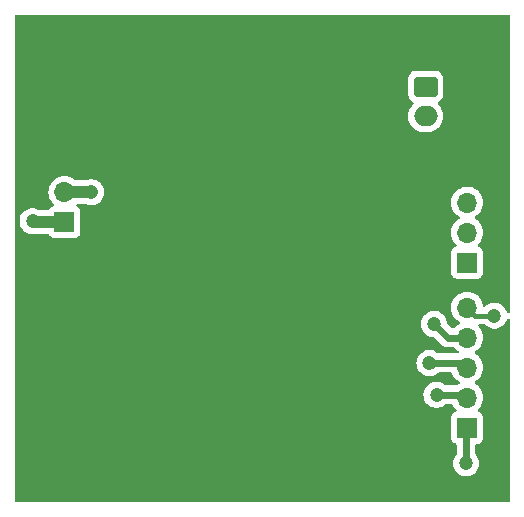
<source format=gbr>
%TF.GenerationSoftware,KiCad,Pcbnew,(7.0.0)*%
%TF.CreationDate,2023-03-31T23:38:51+02:00*%
%TF.ProjectId,funk-transmitter-final,66756e6b-2d74-4726-916e-736d69747465,rev?*%
%TF.SameCoordinates,Original*%
%TF.FileFunction,Copper,L1,Top*%
%TF.FilePolarity,Positive*%
%FSLAX46Y46*%
G04 Gerber Fmt 4.6, Leading zero omitted, Abs format (unit mm)*
G04 Created by KiCad (PCBNEW (7.0.0)) date 2023-03-31 23:38:51*
%MOMM*%
%LPD*%
G01*
G04 APERTURE LIST*
G04 Aperture macros list*
%AMRoundRect*
0 Rectangle with rounded corners*
0 $1 Rounding radius*
0 $2 $3 $4 $5 $6 $7 $8 $9 X,Y pos of 4 corners*
0 Add a 4 corners polygon primitive as box body*
4,1,4,$2,$3,$4,$5,$6,$7,$8,$9,$2,$3,0*
0 Add four circle primitives for the rounded corners*
1,1,$1+$1,$2,$3*
1,1,$1+$1,$4,$5*
1,1,$1+$1,$6,$7*
1,1,$1+$1,$8,$9*
0 Add four rect primitives between the rounded corners*
20,1,$1+$1,$2,$3,$4,$5,0*
20,1,$1+$1,$4,$5,$6,$7,0*
20,1,$1+$1,$6,$7,$8,$9,0*
20,1,$1+$1,$8,$9,$2,$3,0*%
G04 Aperture macros list end*
%TA.AperFunction,ComponentPad*%
%ADD10RoundRect,0.250000X-0.750000X0.600000X-0.750000X-0.600000X0.750000X-0.600000X0.750000X0.600000X0*%
%TD*%
%TA.AperFunction,ComponentPad*%
%ADD11O,2.000000X1.700000*%
%TD*%
%TA.AperFunction,ComponentPad*%
%ADD12R,1.700000X1.700000*%
%TD*%
%TA.AperFunction,ComponentPad*%
%ADD13O,1.700000X1.700000*%
%TD*%
%TA.AperFunction,ViaPad*%
%ADD14C,1.200000*%
%TD*%
%TA.AperFunction,Conductor*%
%ADD15C,1.000000*%
%TD*%
%TA.AperFunction,Conductor*%
%ADD16C,0.600000*%
%TD*%
%TA.AperFunction,Conductor*%
%ADD17C,0.400000*%
%TD*%
G04 APERTURE END LIST*
D10*
%TO.P,J2,1,Pin_1*%
%TO.N,N/C*%
X161475000Y-87000000D03*
D11*
%TO.P,J2,2,Pin_2*%
X161474999Y-89499999D03*
%TD*%
D12*
%TO.P,J5,1,Pin_1*%
%TO.N,/nIRQ*%
X164999999Y-101899999D03*
D13*
%TO.P,J5,2,Pin_2*%
%TO.N,/GPIO0*%
X164999999Y-99359999D03*
%TO.P,J5,3,Pin_3*%
%TO.N,/GPIO1*%
X164999999Y-96819999D03*
%TD*%
D12*
%TO.P,J1,1,Pin_1*%
%TO.N,/ESP_5V*%
X130899999Y-98474999D03*
D13*
%TO.P,J1,2,Pin_2*%
%TO.N,GND*%
X130899999Y-95934999D03*
%TD*%
D12*
%TO.P,J4,1,Pin_1*%
%TO.N,/SDN*%
X164999999Y-115879999D03*
D13*
%TO.P,J4,2,Pin_2*%
%TO.N,/SCLK*%
X164999999Y-113339999D03*
%TO.P,J4,3,Pin_3*%
%TO.N,/SDI*%
X164999999Y-110799999D03*
%TO.P,J4,4,Pin_4*%
%TO.N,/SDO*%
X164999999Y-108259999D03*
%TO.P,J4,5,Pin_5*%
%TO.N,/nSEL*%
X164999999Y-105719999D03*
%TD*%
D14*
%TO.N,GND*%
X133165000Y-95935000D03*
%TO.N,/ESP_5V*%
X128200000Y-98400000D03*
%TO.N,/SDN*%
X164900000Y-118900000D03*
%TO.N,/SCLK*%
X162400000Y-113100000D03*
%TO.N,/SDI*%
X161800000Y-110400000D03*
%TO.N,/SDO*%
X162200000Y-107100000D03*
%TO.N,/nSEL*%
X167300000Y-106400000D03*
%TD*%
D15*
%TO.N,GND*%
X133200000Y-95900000D02*
X133165000Y-95935000D01*
X130900000Y-95935000D02*
X133165000Y-95935000D01*
%TO.N,/ESP_5V*%
X130900000Y-98475000D02*
X128275000Y-98475000D01*
X128275000Y-98475000D02*
X128200000Y-98400000D01*
D16*
%TO.N,/SDN*%
X164900000Y-115880000D02*
X165100000Y-115680000D01*
X164900000Y-115980000D02*
X165000000Y-115880000D01*
X164900000Y-118900000D02*
X164900000Y-115980000D01*
%TO.N,/SCLK*%
X164760000Y-113100000D02*
X165000000Y-113340000D01*
X162400000Y-113100000D02*
X164760000Y-113100000D01*
X162440000Y-113140000D02*
X162400000Y-113100000D01*
%TO.N,/SDI*%
X164600000Y-110400000D02*
X165000000Y-110800000D01*
X162000000Y-110600000D02*
X161800000Y-110400000D01*
X161800000Y-110400000D02*
X164600000Y-110400000D01*
%TO.N,/SDO*%
X162200000Y-107100000D02*
X163360000Y-108260000D01*
X163360000Y-108260000D02*
X165000000Y-108260000D01*
D17*
%TO.N,/nSEL*%
X167300000Y-106400000D02*
X167300000Y-106100000D01*
X167300000Y-106400000D02*
X165680000Y-106400000D01*
X165680000Y-106400000D02*
X165000000Y-105720000D01*
%TD*%
%TA.AperFunction,NonConductor*%
G36*
X168537500Y-80917113D02*
G01*
X168582887Y-80962500D01*
X168599500Y-81024500D01*
X168599500Y-106056971D01*
X168585636Y-106113945D01*
X168547144Y-106158179D01*
X168492632Y-106179782D01*
X168434288Y-106173922D01*
X168385160Y-106141911D01*
X168356234Y-106090906D01*
X168332152Y-106006268D01*
X168330582Y-106000750D01*
X168239673Y-105818179D01*
X168150051Y-105699500D01*
X168120221Y-105659998D01*
X168120217Y-105659994D01*
X168116764Y-105655421D01*
X168112527Y-105651558D01*
X168112523Y-105651554D01*
X167970275Y-105521879D01*
X167970276Y-105521879D01*
X167966041Y-105518019D01*
X167961171Y-105515004D01*
X167961169Y-105515002D01*
X167797511Y-105413670D01*
X167797512Y-105413670D01*
X167792637Y-105410652D01*
X167787294Y-105408582D01*
X167607803Y-105339047D01*
X167607798Y-105339045D01*
X167602456Y-105336976D01*
X167596818Y-105335922D01*
X167407605Y-105300552D01*
X167407602Y-105300551D01*
X167401976Y-105299500D01*
X167198024Y-105299500D01*
X167192398Y-105300551D01*
X167192394Y-105300552D01*
X167003181Y-105335922D01*
X167003178Y-105335922D01*
X166997544Y-105336976D01*
X166992203Y-105339044D01*
X166992196Y-105339047D01*
X166812705Y-105408582D01*
X166812700Y-105408584D01*
X166807363Y-105410652D01*
X166802491Y-105413668D01*
X166802488Y-105413670D01*
X166638830Y-105515002D01*
X166638822Y-105515007D01*
X166633959Y-105518019D01*
X166629731Y-105521872D01*
X166629730Y-105521874D01*
X166545071Y-105599051D01*
X166484161Y-105629331D01*
X166416442Y-105622924D01*
X166362292Y-105581758D01*
X166338005Y-105518220D01*
X166337987Y-105518019D01*
X166335063Y-105484592D01*
X166273903Y-105256337D01*
X166174035Y-105042171D01*
X166038495Y-104848599D01*
X165871401Y-104681505D01*
X165866970Y-104678402D01*
X165866966Y-104678399D01*
X165682259Y-104549066D01*
X165682257Y-104549064D01*
X165677830Y-104545965D01*
X165672933Y-104543681D01*
X165672927Y-104543678D01*
X165468572Y-104448386D01*
X165468570Y-104448385D01*
X165463663Y-104446097D01*
X165458438Y-104444697D01*
X165458430Y-104444694D01*
X165240634Y-104386337D01*
X165240630Y-104386336D01*
X165235408Y-104384937D01*
X165230020Y-104384465D01*
X165230017Y-104384465D01*
X165005395Y-104364813D01*
X165000000Y-104364341D01*
X164994605Y-104364813D01*
X164769982Y-104384465D01*
X164769977Y-104384465D01*
X164764592Y-104384937D01*
X164759371Y-104386335D01*
X164759365Y-104386337D01*
X164541569Y-104444694D01*
X164541557Y-104444698D01*
X164536337Y-104446097D01*
X164531432Y-104448383D01*
X164531427Y-104448386D01*
X164327081Y-104543675D01*
X164327077Y-104543677D01*
X164322171Y-104545965D01*
X164317738Y-104549068D01*
X164317731Y-104549073D01*
X164133034Y-104678399D01*
X164133029Y-104678402D01*
X164128599Y-104681505D01*
X164124775Y-104685328D01*
X164124769Y-104685334D01*
X163965334Y-104844769D01*
X163965328Y-104844775D01*
X163961505Y-104848599D01*
X163958402Y-104853029D01*
X163958399Y-104853034D01*
X163829073Y-105037731D01*
X163829068Y-105037738D01*
X163825965Y-105042171D01*
X163823677Y-105047077D01*
X163823675Y-105047081D01*
X163728386Y-105251427D01*
X163728383Y-105251432D01*
X163726097Y-105256337D01*
X163724698Y-105261557D01*
X163724694Y-105261569D01*
X163666337Y-105479365D01*
X163666337Y-105479367D01*
X163664937Y-105484592D01*
X163664465Y-105489977D01*
X163664465Y-105489982D01*
X163656436Y-105581758D01*
X163644341Y-105720000D01*
X163644813Y-105725395D01*
X163653379Y-105823309D01*
X163664937Y-105955408D01*
X163666336Y-105960630D01*
X163666337Y-105960634D01*
X163724694Y-106178430D01*
X163724697Y-106178438D01*
X163726097Y-106183663D01*
X163728385Y-106188570D01*
X163728386Y-106188572D01*
X163823678Y-106392927D01*
X163823681Y-106392933D01*
X163825965Y-106397830D01*
X163829064Y-106402257D01*
X163829066Y-106402259D01*
X163958399Y-106586966D01*
X163958402Y-106586970D01*
X163961505Y-106591401D01*
X164128599Y-106758495D01*
X164133032Y-106761599D01*
X164133038Y-106761604D01*
X164314158Y-106888425D01*
X164353024Y-106932743D01*
X164367035Y-106990000D01*
X164353024Y-107047257D01*
X164314159Y-107091575D01*
X164232949Y-107148439D01*
X164128599Y-107221505D01*
X164124775Y-107225328D01*
X164124769Y-107225334D01*
X163965334Y-107384769D01*
X163965328Y-107384775D01*
X163961505Y-107388599D01*
X163958404Y-107393027D01*
X163958397Y-107393036D01*
X163948886Y-107406621D01*
X163904568Y-107445489D01*
X163847310Y-107459500D01*
X163742940Y-107459500D01*
X163695487Y-107450061D01*
X163655259Y-107423181D01*
X163334130Y-107102052D01*
X163309564Y-107067064D01*
X163298340Y-107025811D01*
X163295022Y-106990000D01*
X163286397Y-106896917D01*
X163230582Y-106700750D01*
X163139673Y-106518179D01*
X163091176Y-106453959D01*
X163020221Y-106359998D01*
X163020217Y-106359994D01*
X163016764Y-106355421D01*
X163012527Y-106351558D01*
X163012523Y-106351554D01*
X162870275Y-106221879D01*
X162870276Y-106221879D01*
X162866041Y-106218019D01*
X162861171Y-106215004D01*
X162861169Y-106215002D01*
X162697511Y-106113670D01*
X162697512Y-106113670D01*
X162692637Y-106110652D01*
X162687294Y-106108582D01*
X162507803Y-106039047D01*
X162507798Y-106039045D01*
X162502456Y-106036976D01*
X162496818Y-106035922D01*
X162307605Y-106000552D01*
X162307602Y-106000551D01*
X162301976Y-105999500D01*
X162098024Y-105999500D01*
X162092398Y-106000551D01*
X162092394Y-106000552D01*
X161903181Y-106035922D01*
X161903178Y-106035922D01*
X161897544Y-106036976D01*
X161892203Y-106039044D01*
X161892196Y-106039047D01*
X161712705Y-106108582D01*
X161712700Y-106108584D01*
X161707363Y-106110652D01*
X161702491Y-106113668D01*
X161702488Y-106113670D01*
X161538830Y-106215002D01*
X161538822Y-106215007D01*
X161533959Y-106218019D01*
X161529728Y-106221875D01*
X161529724Y-106221879D01*
X161387476Y-106351554D01*
X161387466Y-106351564D01*
X161383236Y-106355421D01*
X161379787Y-106359987D01*
X161379778Y-106359998D01*
X161263779Y-106513607D01*
X161263776Y-106513611D01*
X161260327Y-106518179D01*
X161257774Y-106523304D01*
X161257772Y-106523309D01*
X161176735Y-106686055D01*
X161169418Y-106700750D01*
X161167850Y-106706258D01*
X161167847Y-106706268D01*
X161115173Y-106891395D01*
X161115170Y-106891406D01*
X161113603Y-106896917D01*
X161113073Y-106902627D01*
X161113073Y-106902632D01*
X161095566Y-107091575D01*
X161094785Y-107100000D01*
X161095314Y-107105709D01*
X161111647Y-107281981D01*
X161113603Y-107303083D01*
X161115171Y-107308594D01*
X161115173Y-107308604D01*
X161167847Y-107493731D01*
X161167849Y-107493737D01*
X161169418Y-107499250D01*
X161260327Y-107681821D01*
X161263779Y-107686392D01*
X161379778Y-107840001D01*
X161379783Y-107840006D01*
X161383236Y-107844579D01*
X161387472Y-107848440D01*
X161387476Y-107848445D01*
X161489227Y-107941203D01*
X161533959Y-107981981D01*
X161707363Y-108089348D01*
X161897544Y-108163024D01*
X162098024Y-108200500D01*
X162117060Y-108200500D01*
X162164513Y-108209939D01*
X162204741Y-108236819D01*
X162730184Y-108762262D01*
X162857738Y-108889816D01*
X162890151Y-108910183D01*
X162901483Y-108918224D01*
X162925968Y-108937750D01*
X162925973Y-108937753D01*
X162931414Y-108942092D01*
X162937686Y-108945112D01*
X162937687Y-108945113D01*
X162965898Y-108958699D01*
X162978069Y-108965425D01*
X163004581Y-108982084D01*
X163004583Y-108982085D01*
X163010478Y-108985789D01*
X163046613Y-108998433D01*
X163059443Y-109003748D01*
X163087662Y-109017338D01*
X163087667Y-109017340D01*
X163093939Y-109020360D01*
X163131266Y-109028879D01*
X163144613Y-109032725D01*
X163174170Y-109043068D01*
X163174175Y-109043069D01*
X163180745Y-109045368D01*
X163218778Y-109049653D01*
X163232484Y-109051981D01*
X163269806Y-109060500D01*
X163315046Y-109060500D01*
X163450194Y-109060500D01*
X163847310Y-109060500D01*
X163904568Y-109074511D01*
X163948886Y-109113379D01*
X163958397Y-109126963D01*
X163958400Y-109126966D01*
X163961505Y-109131401D01*
X164128599Y-109298495D01*
X164133031Y-109301598D01*
X164133033Y-109301600D01*
X164236324Y-109373925D01*
X164276651Y-109421142D01*
X164289030Y-109481990D01*
X164270358Y-109541210D01*
X164225316Y-109583953D01*
X164165200Y-109599500D01*
X162603459Y-109599500D01*
X162558665Y-109591127D01*
X162519921Y-109567137D01*
X162491480Y-109541210D01*
X162466041Y-109518019D01*
X162461171Y-109515004D01*
X162461169Y-109515002D01*
X162297511Y-109413670D01*
X162297512Y-109413670D01*
X162292637Y-109410652D01*
X162287294Y-109408582D01*
X162107803Y-109339047D01*
X162107798Y-109339045D01*
X162102456Y-109336976D01*
X162096818Y-109335922D01*
X161907605Y-109300552D01*
X161907602Y-109300551D01*
X161901976Y-109299500D01*
X161698024Y-109299500D01*
X161692398Y-109300551D01*
X161692394Y-109300552D01*
X161503181Y-109335922D01*
X161503178Y-109335922D01*
X161497544Y-109336976D01*
X161492203Y-109339044D01*
X161492196Y-109339047D01*
X161312705Y-109408582D01*
X161312700Y-109408584D01*
X161307363Y-109410652D01*
X161302491Y-109413668D01*
X161302488Y-109413670D01*
X161138830Y-109515002D01*
X161138822Y-109515007D01*
X161133959Y-109518019D01*
X161129728Y-109521875D01*
X161129724Y-109521879D01*
X160987476Y-109651554D01*
X160987466Y-109651564D01*
X160983236Y-109655421D01*
X160979787Y-109659987D01*
X160979778Y-109659998D01*
X160863779Y-109813607D01*
X160863776Y-109813611D01*
X160860327Y-109818179D01*
X160857774Y-109823304D01*
X160857772Y-109823309D01*
X160803136Y-109933034D01*
X160769418Y-110000750D01*
X160767850Y-110006258D01*
X160767847Y-110006268D01*
X160715173Y-110191395D01*
X160715170Y-110191406D01*
X160713603Y-110196917D01*
X160694785Y-110400000D01*
X160713603Y-110603083D01*
X160715171Y-110608594D01*
X160715173Y-110608604D01*
X160767847Y-110793731D01*
X160767849Y-110793737D01*
X160769418Y-110799250D01*
X160860327Y-110981821D01*
X160863779Y-110986392D01*
X160979778Y-111140001D01*
X160979783Y-111140006D01*
X160983236Y-111144579D01*
X160987472Y-111148440D01*
X160987476Y-111148445D01*
X161044578Y-111200500D01*
X161133959Y-111281981D01*
X161307363Y-111389348D01*
X161497544Y-111463024D01*
X161698024Y-111500500D01*
X161896247Y-111500500D01*
X161901976Y-111500500D01*
X162102456Y-111463024D01*
X162292637Y-111389348D01*
X162466041Y-111281981D01*
X162519921Y-111232862D01*
X162558665Y-111208873D01*
X162603459Y-111200500D01*
X163617647Y-111200500D01*
X163684272Y-111219919D01*
X163730029Y-111272095D01*
X163823678Y-111472927D01*
X163823681Y-111472933D01*
X163825965Y-111477830D01*
X163829064Y-111482257D01*
X163829066Y-111482259D01*
X163958399Y-111666966D01*
X163958402Y-111666970D01*
X163961505Y-111671401D01*
X164128599Y-111838495D01*
X164133032Y-111841599D01*
X164133038Y-111841604D01*
X164314158Y-111968425D01*
X164353024Y-112012743D01*
X164367035Y-112070000D01*
X164353024Y-112127257D01*
X164314158Y-112171575D01*
X164163488Y-112277075D01*
X164129652Y-112293761D01*
X164092365Y-112299500D01*
X163203459Y-112299500D01*
X163158665Y-112291127D01*
X163119921Y-112267137D01*
X163070275Y-112221879D01*
X163066041Y-112218019D01*
X163061171Y-112215004D01*
X163061169Y-112215002D01*
X162897511Y-112113670D01*
X162897512Y-112113670D01*
X162892637Y-112110652D01*
X162887294Y-112108582D01*
X162707803Y-112039047D01*
X162707798Y-112039045D01*
X162702456Y-112036976D01*
X162696818Y-112035922D01*
X162507605Y-112000552D01*
X162507602Y-112000551D01*
X162501976Y-111999500D01*
X162298024Y-111999500D01*
X162292398Y-112000551D01*
X162292394Y-112000552D01*
X162103181Y-112035922D01*
X162103178Y-112035922D01*
X162097544Y-112036976D01*
X162092203Y-112039044D01*
X162092196Y-112039047D01*
X161912705Y-112108582D01*
X161912700Y-112108584D01*
X161907363Y-112110652D01*
X161902491Y-112113668D01*
X161902488Y-112113670D01*
X161738830Y-112215002D01*
X161738822Y-112215007D01*
X161733959Y-112218019D01*
X161729728Y-112221875D01*
X161729724Y-112221879D01*
X161587476Y-112351554D01*
X161587466Y-112351564D01*
X161583236Y-112355421D01*
X161579787Y-112359987D01*
X161579778Y-112359998D01*
X161463779Y-112513607D01*
X161463776Y-112513611D01*
X161460327Y-112518179D01*
X161457774Y-112523304D01*
X161457772Y-112523309D01*
X161388628Y-112662171D01*
X161369418Y-112700750D01*
X161367850Y-112706258D01*
X161367847Y-112706268D01*
X161315173Y-112891395D01*
X161315170Y-112891406D01*
X161313603Y-112896917D01*
X161294785Y-113100000D01*
X161313603Y-113303083D01*
X161315171Y-113308594D01*
X161315173Y-113308604D01*
X161367847Y-113493731D01*
X161367849Y-113493737D01*
X161369418Y-113499250D01*
X161460327Y-113681821D01*
X161463779Y-113686392D01*
X161579778Y-113840001D01*
X161579783Y-113840006D01*
X161583236Y-113844579D01*
X161587472Y-113848440D01*
X161587476Y-113848445D01*
X161644578Y-113900500D01*
X161733959Y-113981981D01*
X161907363Y-114089348D01*
X162097544Y-114163024D01*
X162298024Y-114200500D01*
X162496247Y-114200500D01*
X162501976Y-114200500D01*
X162702456Y-114163024D01*
X162892637Y-114089348D01*
X163066041Y-113981981D01*
X163119921Y-113932862D01*
X163158665Y-113908873D01*
X163203459Y-113900500D01*
X163692256Y-113900500D01*
X163758881Y-113919919D01*
X163804638Y-113972094D01*
X163823680Y-114012931D01*
X163823682Y-114012935D01*
X163825965Y-114017830D01*
X163829064Y-114022257D01*
X163829066Y-114022259D01*
X163958399Y-114206966D01*
X163958402Y-114206970D01*
X163961505Y-114211401D01*
X163965336Y-114215232D01*
X164083430Y-114333326D01*
X164114726Y-114386072D01*
X164116915Y-114447365D01*
X164089462Y-114502210D01*
X164039083Y-114537189D01*
X163923702Y-114580223D01*
X163907669Y-114586204D01*
X163900572Y-114591516D01*
X163900568Y-114591519D01*
X163799550Y-114667141D01*
X163799546Y-114667144D01*
X163792454Y-114672454D01*
X163787144Y-114679546D01*
X163787141Y-114679550D01*
X163711519Y-114780568D01*
X163711516Y-114780572D01*
X163706204Y-114787669D01*
X163703104Y-114795978D01*
X163703104Y-114795980D01*
X163658620Y-114915247D01*
X163658619Y-114915250D01*
X163655909Y-114922517D01*
X163655079Y-114930227D01*
X163655079Y-114930232D01*
X163649855Y-114978819D01*
X163649854Y-114978831D01*
X163649500Y-114982127D01*
X163649500Y-114985448D01*
X163649500Y-114985449D01*
X163649500Y-116774560D01*
X163649500Y-116774578D01*
X163649501Y-116777872D01*
X163649853Y-116781150D01*
X163649854Y-116781161D01*
X163655079Y-116829768D01*
X163655080Y-116829773D01*
X163655909Y-116837483D01*
X163658619Y-116844749D01*
X163658620Y-116844753D01*
X163692217Y-116934831D01*
X163706204Y-116972331D01*
X163792454Y-117087546D01*
X163907669Y-117173796D01*
X164018834Y-117215258D01*
X164061069Y-117241696D01*
X164089488Y-117282626D01*
X164099500Y-117331439D01*
X164099500Y-118092323D01*
X164093072Y-118131729D01*
X164074454Y-118167050D01*
X163963779Y-118313607D01*
X163963776Y-118313611D01*
X163960327Y-118318179D01*
X163957774Y-118323304D01*
X163957772Y-118323309D01*
X163871976Y-118495612D01*
X163869418Y-118500750D01*
X163867850Y-118506258D01*
X163867847Y-118506268D01*
X163815173Y-118691395D01*
X163815170Y-118691406D01*
X163813603Y-118696917D01*
X163794785Y-118900000D01*
X163813603Y-119103083D01*
X163815171Y-119108594D01*
X163815173Y-119108604D01*
X163867847Y-119293731D01*
X163867849Y-119293737D01*
X163869418Y-119299250D01*
X163960327Y-119481821D01*
X163963779Y-119486392D01*
X164079778Y-119640001D01*
X164079783Y-119640006D01*
X164083236Y-119644579D01*
X164087472Y-119648440D01*
X164087476Y-119648445D01*
X164189227Y-119741203D01*
X164233959Y-119781981D01*
X164407363Y-119889348D01*
X164597544Y-119963024D01*
X164798024Y-120000500D01*
X164996247Y-120000500D01*
X165001976Y-120000500D01*
X165202456Y-119963024D01*
X165392637Y-119889348D01*
X165566041Y-119781981D01*
X165716764Y-119644579D01*
X165839673Y-119481821D01*
X165930582Y-119299250D01*
X165986397Y-119103083D01*
X166005215Y-118900000D01*
X165986397Y-118696917D01*
X165930582Y-118500750D01*
X165839673Y-118318179D01*
X165725546Y-118167050D01*
X165706928Y-118131729D01*
X165700500Y-118092323D01*
X165700500Y-117354499D01*
X165717113Y-117292499D01*
X165762500Y-117247112D01*
X165824500Y-117230499D01*
X165894561Y-117230499D01*
X165897872Y-117230499D01*
X165957483Y-117224091D01*
X166092331Y-117173796D01*
X166207546Y-117087546D01*
X166293796Y-116972331D01*
X166344091Y-116837483D01*
X166350500Y-116777873D01*
X166350499Y-114982128D01*
X166344091Y-114922517D01*
X166293796Y-114787669D01*
X166207546Y-114672454D01*
X166092331Y-114586204D01*
X166022359Y-114560106D01*
X165960916Y-114537189D01*
X165910537Y-114502210D01*
X165883084Y-114447365D01*
X165885273Y-114386072D01*
X165916566Y-114333329D01*
X166038495Y-114211401D01*
X166174035Y-114017830D01*
X166273903Y-113803663D01*
X166335063Y-113575408D01*
X166355659Y-113340000D01*
X166335063Y-113104592D01*
X166273903Y-112876337D01*
X166174035Y-112662171D01*
X166038495Y-112468599D01*
X165871401Y-112301505D01*
X165866968Y-112298401D01*
X165866961Y-112298395D01*
X165685842Y-112171575D01*
X165646976Y-112127257D01*
X165632965Y-112070000D01*
X165646976Y-112012743D01*
X165685842Y-111968425D01*
X165866961Y-111841604D01*
X165866961Y-111841603D01*
X165871401Y-111838495D01*
X166038495Y-111671401D01*
X166174035Y-111477830D01*
X166273903Y-111263663D01*
X166335063Y-111035408D01*
X166355659Y-110800000D01*
X166335063Y-110564592D01*
X166273903Y-110336337D01*
X166174035Y-110122171D01*
X166038495Y-109928599D01*
X165871401Y-109761505D01*
X165866968Y-109758401D01*
X165866961Y-109758395D01*
X165685842Y-109631575D01*
X165646976Y-109587257D01*
X165632965Y-109530000D01*
X165646976Y-109472743D01*
X165685842Y-109428425D01*
X165866961Y-109301604D01*
X165866961Y-109301603D01*
X165871401Y-109298495D01*
X166038495Y-109131401D01*
X166174035Y-108937830D01*
X166273903Y-108723663D01*
X166335063Y-108495408D01*
X166355659Y-108260000D01*
X166335063Y-108024592D01*
X166273903Y-107796337D01*
X166174035Y-107582171D01*
X166038495Y-107388599D01*
X165962077Y-107312181D01*
X165931827Y-107262818D01*
X165927285Y-107205102D01*
X165949440Y-107151615D01*
X165993463Y-107114015D01*
X166049758Y-107100500D01*
X166389017Y-107100500D01*
X166439102Y-107111065D01*
X166480325Y-107140725D01*
X166483236Y-107144579D01*
X166633959Y-107281981D01*
X166807363Y-107389348D01*
X166997544Y-107463024D01*
X167198024Y-107500500D01*
X167396247Y-107500500D01*
X167401976Y-107500500D01*
X167602456Y-107463024D01*
X167792637Y-107389348D01*
X167966041Y-107281981D01*
X168116764Y-107144579D01*
X168239673Y-106981821D01*
X168330582Y-106799250D01*
X168356233Y-106709094D01*
X168385160Y-106658089D01*
X168434288Y-106626078D01*
X168492632Y-106620218D01*
X168547144Y-106641821D01*
X168585636Y-106686055D01*
X168599500Y-106743029D01*
X168599500Y-122075500D01*
X168582887Y-122137500D01*
X168537500Y-122182887D01*
X168475500Y-122199500D01*
X126824500Y-122199500D01*
X126762500Y-122182887D01*
X126717113Y-122137500D01*
X126700500Y-122075500D01*
X126700500Y-98400000D01*
X127094785Y-98400000D01*
X127113603Y-98603083D01*
X127115171Y-98608594D01*
X127115173Y-98608604D01*
X127167847Y-98793731D01*
X127167849Y-98793737D01*
X127169418Y-98799250D01*
X127260327Y-98981821D01*
X127263779Y-98986392D01*
X127379778Y-99140001D01*
X127379783Y-99140006D01*
X127383236Y-99144579D01*
X127387472Y-99148440D01*
X127387476Y-99148445D01*
X127489227Y-99241203D01*
X127533959Y-99281981D01*
X127707363Y-99389348D01*
X127897544Y-99463024D01*
X128098024Y-99500500D01*
X128296247Y-99500500D01*
X128301976Y-99500500D01*
X128424422Y-99477610D01*
X128447207Y-99475500D01*
X129485858Y-99475500D01*
X129534670Y-99485512D01*
X129575601Y-99513930D01*
X129602039Y-99556164D01*
X129606204Y-99567331D01*
X129692454Y-99682546D01*
X129807669Y-99768796D01*
X129942517Y-99819091D01*
X130002127Y-99825500D01*
X131797872Y-99825499D01*
X131857483Y-99819091D01*
X131992331Y-99768796D01*
X132107546Y-99682546D01*
X132193796Y-99567331D01*
X132244091Y-99432483D01*
X132250500Y-99372873D01*
X132250500Y-99360000D01*
X163644341Y-99360000D01*
X163644813Y-99365395D01*
X163663101Y-99574431D01*
X163664937Y-99595408D01*
X163666336Y-99600630D01*
X163666337Y-99600634D01*
X163724694Y-99818430D01*
X163724697Y-99818438D01*
X163726097Y-99823663D01*
X163728385Y-99828570D01*
X163728386Y-99828572D01*
X163823678Y-100032927D01*
X163823681Y-100032933D01*
X163825965Y-100037830D01*
X163829064Y-100042257D01*
X163829066Y-100042259D01*
X163958399Y-100226966D01*
X163958402Y-100226970D01*
X163961505Y-100231401D01*
X163965335Y-100235231D01*
X163965336Y-100235232D01*
X164083430Y-100353326D01*
X164114726Y-100406072D01*
X164116915Y-100467365D01*
X164089462Y-100522210D01*
X164039083Y-100557189D01*
X163923702Y-100600223D01*
X163907669Y-100606204D01*
X163900572Y-100611516D01*
X163900568Y-100611519D01*
X163799550Y-100687141D01*
X163799546Y-100687144D01*
X163792454Y-100692454D01*
X163787144Y-100699546D01*
X163787141Y-100699550D01*
X163711519Y-100800568D01*
X163711516Y-100800572D01*
X163706204Y-100807669D01*
X163703104Y-100815978D01*
X163703104Y-100815980D01*
X163658620Y-100935247D01*
X163658619Y-100935250D01*
X163655909Y-100942517D01*
X163655079Y-100950227D01*
X163655079Y-100950232D01*
X163649855Y-100998819D01*
X163649854Y-100998831D01*
X163649500Y-101002127D01*
X163649500Y-101005448D01*
X163649500Y-101005449D01*
X163649500Y-102794560D01*
X163649500Y-102794578D01*
X163649501Y-102797872D01*
X163649853Y-102801150D01*
X163649854Y-102801161D01*
X163655079Y-102849768D01*
X163655080Y-102849773D01*
X163655909Y-102857483D01*
X163658619Y-102864749D01*
X163658620Y-102864753D01*
X163692217Y-102954831D01*
X163706204Y-102992331D01*
X163792454Y-103107546D01*
X163907669Y-103193796D01*
X164042517Y-103244091D01*
X164102127Y-103250500D01*
X165897872Y-103250499D01*
X165957483Y-103244091D01*
X166092331Y-103193796D01*
X166207546Y-103107546D01*
X166293796Y-102992331D01*
X166344091Y-102857483D01*
X166350500Y-102797873D01*
X166350499Y-101002128D01*
X166344091Y-100942517D01*
X166293796Y-100807669D01*
X166207546Y-100692454D01*
X166092331Y-100606204D01*
X166022359Y-100580106D01*
X165960916Y-100557189D01*
X165910537Y-100522210D01*
X165883084Y-100467365D01*
X165885273Y-100406072D01*
X165916566Y-100353329D01*
X166038495Y-100231401D01*
X166174035Y-100037830D01*
X166273903Y-99823663D01*
X166335063Y-99595408D01*
X166355659Y-99360000D01*
X166335063Y-99124592D01*
X166273903Y-98896337D01*
X166174035Y-98682171D01*
X166038495Y-98488599D01*
X165871401Y-98321505D01*
X165866968Y-98318401D01*
X165866961Y-98318395D01*
X165685842Y-98191575D01*
X165646976Y-98147257D01*
X165632965Y-98090000D01*
X165646976Y-98032743D01*
X165685842Y-97988425D01*
X165866961Y-97861604D01*
X165866961Y-97861603D01*
X165871401Y-97858495D01*
X166038495Y-97691401D01*
X166174035Y-97497830D01*
X166273903Y-97283663D01*
X166335063Y-97055408D01*
X166355659Y-96820000D01*
X166335063Y-96584592D01*
X166273903Y-96356337D01*
X166174035Y-96142171D01*
X166038495Y-95948599D01*
X165871401Y-95781505D01*
X165866970Y-95778402D01*
X165866966Y-95778399D01*
X165682259Y-95649066D01*
X165682257Y-95649064D01*
X165677830Y-95645965D01*
X165672933Y-95643681D01*
X165672927Y-95643678D01*
X165468572Y-95548386D01*
X165468570Y-95548385D01*
X165463663Y-95546097D01*
X165458438Y-95544697D01*
X165458430Y-95544694D01*
X165240634Y-95486337D01*
X165240630Y-95486336D01*
X165235408Y-95484937D01*
X165230020Y-95484465D01*
X165230017Y-95484465D01*
X165005395Y-95464813D01*
X165000000Y-95464341D01*
X164994605Y-95464813D01*
X164769982Y-95484465D01*
X164769977Y-95484465D01*
X164764592Y-95484937D01*
X164759371Y-95486335D01*
X164759365Y-95486337D01*
X164541569Y-95544694D01*
X164541557Y-95544698D01*
X164536337Y-95546097D01*
X164531432Y-95548383D01*
X164531427Y-95548386D01*
X164327081Y-95643675D01*
X164327077Y-95643677D01*
X164322171Y-95645965D01*
X164317738Y-95649068D01*
X164317731Y-95649073D01*
X164133034Y-95778399D01*
X164133029Y-95778402D01*
X164128599Y-95781505D01*
X164124775Y-95785328D01*
X164124769Y-95785334D01*
X163965334Y-95944769D01*
X163965328Y-95944775D01*
X163961505Y-95948599D01*
X163958402Y-95953029D01*
X163958399Y-95953034D01*
X163829073Y-96137731D01*
X163829068Y-96137738D01*
X163825965Y-96142171D01*
X163823677Y-96147077D01*
X163823675Y-96147081D01*
X163728386Y-96351427D01*
X163728383Y-96351432D01*
X163726097Y-96356337D01*
X163724698Y-96361557D01*
X163724694Y-96361569D01*
X163666337Y-96579365D01*
X163666335Y-96579371D01*
X163664937Y-96584592D01*
X163664465Y-96589977D01*
X163664465Y-96589982D01*
X163656288Y-96683445D01*
X163644341Y-96820000D01*
X163644813Y-96825395D01*
X163660008Y-96999077D01*
X163664937Y-97055408D01*
X163666336Y-97060630D01*
X163666337Y-97060634D01*
X163724694Y-97278430D01*
X163724697Y-97278438D01*
X163726097Y-97283663D01*
X163728385Y-97288570D01*
X163728386Y-97288572D01*
X163823678Y-97492927D01*
X163823681Y-97492933D01*
X163825965Y-97497830D01*
X163829064Y-97502257D01*
X163829066Y-97502259D01*
X163958399Y-97686966D01*
X163958402Y-97686970D01*
X163961505Y-97691401D01*
X164128599Y-97858495D01*
X164133032Y-97861599D01*
X164133038Y-97861604D01*
X164314158Y-97988425D01*
X164353024Y-98032743D01*
X164367035Y-98090000D01*
X164353024Y-98147257D01*
X164314159Y-98191575D01*
X164133041Y-98318395D01*
X164128599Y-98321505D01*
X164124775Y-98325328D01*
X164124769Y-98325334D01*
X163965334Y-98484769D01*
X163965328Y-98484775D01*
X163961505Y-98488599D01*
X163958402Y-98493029D01*
X163958399Y-98493034D01*
X163829073Y-98677731D01*
X163829068Y-98677738D01*
X163825965Y-98682171D01*
X163823677Y-98687077D01*
X163823675Y-98687081D01*
X163728386Y-98891427D01*
X163728383Y-98891432D01*
X163726097Y-98896337D01*
X163724698Y-98901557D01*
X163724694Y-98901569D01*
X163666337Y-99119365D01*
X163666335Y-99119371D01*
X163664937Y-99124592D01*
X163664465Y-99129977D01*
X163664465Y-99129982D01*
X163663188Y-99144579D01*
X163644341Y-99360000D01*
X132250500Y-99360000D01*
X132250499Y-97577128D01*
X132244091Y-97517517D01*
X132193796Y-97382669D01*
X132107546Y-97267454D01*
X131992331Y-97181204D01*
X131977524Y-97175681D01*
X131922663Y-97135220D01*
X131897478Y-97071874D01*
X131909582Y-97004789D01*
X131955316Y-96954238D01*
X132020859Y-96935500D01*
X132677969Y-96935500D01*
X132722763Y-96943873D01*
X132777710Y-96965159D01*
X132862544Y-96998024D01*
X133063024Y-97035500D01*
X133261247Y-97035500D01*
X133266976Y-97035500D01*
X133467456Y-96998024D01*
X133657637Y-96924348D01*
X133831041Y-96816981D01*
X133981764Y-96679579D01*
X134104673Y-96516821D01*
X134195582Y-96334250D01*
X134251397Y-96138083D01*
X134270215Y-95935000D01*
X134251397Y-95731917D01*
X134240712Y-95694365D01*
X134197152Y-95541268D01*
X134195582Y-95535750D01*
X134104673Y-95353179D01*
X134032171Y-95257171D01*
X133985221Y-95194998D01*
X133985217Y-95194994D01*
X133981764Y-95190421D01*
X133977527Y-95186558D01*
X133977523Y-95186554D01*
X133835275Y-95056879D01*
X133835276Y-95056879D01*
X133831041Y-95053019D01*
X133826171Y-95050004D01*
X133826169Y-95050002D01*
X133662511Y-94948670D01*
X133662512Y-94948670D01*
X133657637Y-94945652D01*
X133652294Y-94943582D01*
X133472803Y-94874047D01*
X133472798Y-94874045D01*
X133467456Y-94871976D01*
X133461818Y-94870922D01*
X133272605Y-94835552D01*
X133272602Y-94835551D01*
X133266976Y-94834500D01*
X133063024Y-94834500D01*
X133057398Y-94835551D01*
X133057394Y-94835552D01*
X132868181Y-94870922D01*
X132868178Y-94870922D01*
X132862544Y-94871976D01*
X132857203Y-94874044D01*
X132857196Y-94874047D01*
X132722763Y-94926127D01*
X132677969Y-94934500D01*
X131860758Y-94934500D01*
X131813305Y-94925061D01*
X131780138Y-94902899D01*
X131779373Y-94903811D01*
X131775230Y-94900334D01*
X131771401Y-94896505D01*
X131766970Y-94893402D01*
X131766966Y-94893399D01*
X131582259Y-94764066D01*
X131582257Y-94764064D01*
X131577830Y-94760965D01*
X131572933Y-94758681D01*
X131572927Y-94758678D01*
X131368572Y-94663386D01*
X131368570Y-94663385D01*
X131363663Y-94661097D01*
X131358438Y-94659697D01*
X131358430Y-94659694D01*
X131140634Y-94601337D01*
X131140630Y-94601336D01*
X131135408Y-94599937D01*
X131130020Y-94599465D01*
X131130017Y-94599465D01*
X130905395Y-94579813D01*
X130900000Y-94579341D01*
X130894605Y-94579813D01*
X130669982Y-94599465D01*
X130669977Y-94599465D01*
X130664592Y-94599937D01*
X130659371Y-94601335D01*
X130659365Y-94601337D01*
X130441569Y-94659694D01*
X130441557Y-94659698D01*
X130436337Y-94661097D01*
X130431432Y-94663383D01*
X130431427Y-94663386D01*
X130227081Y-94758675D01*
X130227077Y-94758677D01*
X130222171Y-94760965D01*
X130217738Y-94764068D01*
X130217731Y-94764073D01*
X130033034Y-94893399D01*
X130033029Y-94893402D01*
X130028599Y-94896505D01*
X130024775Y-94900328D01*
X130024769Y-94900334D01*
X129865334Y-95059769D01*
X129865328Y-95059775D01*
X129861505Y-95063599D01*
X129858402Y-95068029D01*
X129858399Y-95068034D01*
X129729073Y-95252731D01*
X129729068Y-95252738D01*
X129725965Y-95257171D01*
X129723677Y-95262077D01*
X129723675Y-95262081D01*
X129628386Y-95466427D01*
X129628383Y-95466432D01*
X129626097Y-95471337D01*
X129624698Y-95476557D01*
X129624694Y-95476569D01*
X129566337Y-95694365D01*
X129566335Y-95694371D01*
X129564937Y-95699592D01*
X129564465Y-95704977D01*
X129564465Y-95704982D01*
X129558042Y-95778399D01*
X129544341Y-95935000D01*
X129544813Y-95940395D01*
X129562466Y-96142171D01*
X129564937Y-96170408D01*
X129566336Y-96175630D01*
X129566337Y-96175634D01*
X129624694Y-96393430D01*
X129624697Y-96393438D01*
X129626097Y-96398663D01*
X129628385Y-96403570D01*
X129628386Y-96403572D01*
X129723678Y-96607927D01*
X129723681Y-96607933D01*
X129725965Y-96612830D01*
X129729064Y-96617257D01*
X129729066Y-96617259D01*
X129858399Y-96801966D01*
X129858402Y-96801970D01*
X129861505Y-96806401D01*
X129865335Y-96810231D01*
X129865336Y-96810232D01*
X129983430Y-96928326D01*
X130014726Y-96981072D01*
X130016915Y-97042365D01*
X129989462Y-97097210D01*
X129939083Y-97132189D01*
X129823702Y-97175223D01*
X129807669Y-97181204D01*
X129800572Y-97186516D01*
X129800568Y-97186519D01*
X129699550Y-97262141D01*
X129699546Y-97262144D01*
X129692454Y-97267454D01*
X129687144Y-97274546D01*
X129687141Y-97274550D01*
X129611519Y-97375568D01*
X129611516Y-97375572D01*
X129606204Y-97382669D01*
X129603104Y-97390978D01*
X129603105Y-97390978D01*
X129602040Y-97393834D01*
X129575601Y-97436070D01*
X129534670Y-97464488D01*
X129485858Y-97474500D01*
X128831037Y-97474500D01*
X128765760Y-97455927D01*
X128697513Y-97413670D01*
X128697503Y-97413665D01*
X128692637Y-97410652D01*
X128687299Y-97408584D01*
X128687295Y-97408582D01*
X128507803Y-97339047D01*
X128507798Y-97339045D01*
X128502456Y-97336976D01*
X128496818Y-97335922D01*
X128307605Y-97300552D01*
X128307602Y-97300551D01*
X128301976Y-97299500D01*
X128098024Y-97299500D01*
X128092398Y-97300551D01*
X128092394Y-97300552D01*
X127903181Y-97335922D01*
X127903178Y-97335922D01*
X127897544Y-97336976D01*
X127892203Y-97339044D01*
X127892196Y-97339047D01*
X127712705Y-97408582D01*
X127712700Y-97408584D01*
X127707363Y-97410652D01*
X127702491Y-97413668D01*
X127702488Y-97413670D01*
X127538830Y-97515002D01*
X127538822Y-97515007D01*
X127533959Y-97518019D01*
X127529728Y-97521875D01*
X127529724Y-97521879D01*
X127387476Y-97651554D01*
X127387466Y-97651564D01*
X127383236Y-97655421D01*
X127379787Y-97659987D01*
X127379778Y-97659998D01*
X127263779Y-97813607D01*
X127263776Y-97813611D01*
X127260327Y-97818179D01*
X127257774Y-97823304D01*
X127257772Y-97823309D01*
X127171976Y-97995612D01*
X127169418Y-98000750D01*
X127167850Y-98006258D01*
X127167847Y-98006268D01*
X127115173Y-98191395D01*
X127115170Y-98191406D01*
X127113603Y-98196917D01*
X127113073Y-98202627D01*
X127113073Y-98202632D01*
X127102346Y-98318403D01*
X127094785Y-98400000D01*
X126700500Y-98400000D01*
X126700500Y-89500000D01*
X159969341Y-89500000D01*
X159989937Y-89735408D01*
X159991336Y-89740630D01*
X159991337Y-89740634D01*
X160049694Y-89958430D01*
X160049697Y-89958438D01*
X160051097Y-89963663D01*
X160150965Y-90177829D01*
X160286505Y-90371401D01*
X160453599Y-90538495D01*
X160647171Y-90674035D01*
X160861337Y-90773903D01*
X161089592Y-90835063D01*
X161266034Y-90850500D01*
X161681258Y-90850500D01*
X161683966Y-90850500D01*
X161860408Y-90835063D01*
X162088663Y-90773903D01*
X162302829Y-90674035D01*
X162496401Y-90538495D01*
X162663495Y-90371401D01*
X162799035Y-90177830D01*
X162898903Y-89963663D01*
X162960063Y-89735408D01*
X162980659Y-89500000D01*
X162960063Y-89264592D01*
X162898903Y-89036337D01*
X162799035Y-88822171D01*
X162663495Y-88628599D01*
X162515734Y-88480838D01*
X162485153Y-88430441D01*
X162481300Y-88371618D01*
X162505046Y-88317662D01*
X162544879Y-88285698D01*
X162544334Y-88284814D01*
X162687511Y-88196502D01*
X162693656Y-88192712D01*
X162817712Y-88068656D01*
X162909814Y-87919334D01*
X162964999Y-87752797D01*
X162975500Y-87650009D01*
X162975499Y-86349992D01*
X162964999Y-86247203D01*
X162909814Y-86080666D01*
X162817712Y-85931344D01*
X162693656Y-85807288D01*
X162687515Y-85803500D01*
X162687511Y-85803497D01*
X162550480Y-85718977D01*
X162544334Y-85715186D01*
X162377797Y-85660001D01*
X162371064Y-85659313D01*
X162371059Y-85659312D01*
X162278140Y-85649819D01*
X162278123Y-85649818D01*
X162275009Y-85649500D01*
X162271860Y-85649500D01*
X160678140Y-85649500D01*
X160678120Y-85649500D01*
X160674992Y-85649501D01*
X160671860Y-85649820D01*
X160671858Y-85649821D01*
X160578938Y-85659312D01*
X160578928Y-85659313D01*
X160572203Y-85660001D01*
X160565781Y-85662128D01*
X160565776Y-85662130D01*
X160412521Y-85712914D01*
X160412517Y-85712915D01*
X160405666Y-85715186D01*
X160399522Y-85718975D01*
X160399519Y-85718977D01*
X160262488Y-85803497D01*
X160262480Y-85803503D01*
X160256344Y-85807288D01*
X160251242Y-85812389D01*
X160251238Y-85812393D01*
X160137393Y-85926238D01*
X160137389Y-85926242D01*
X160132288Y-85931344D01*
X160128503Y-85937480D01*
X160128497Y-85937488D01*
X160043977Y-86074519D01*
X160040186Y-86080666D01*
X159985001Y-86247203D01*
X159984313Y-86253933D01*
X159984312Y-86253940D01*
X159974819Y-86346859D01*
X159974818Y-86346877D01*
X159974500Y-86349991D01*
X159974500Y-86353138D01*
X159974500Y-86353139D01*
X159974500Y-87646859D01*
X159974500Y-87646878D01*
X159974501Y-87650008D01*
X159974820Y-87653140D01*
X159974821Y-87653141D01*
X159984312Y-87746061D01*
X159984313Y-87746069D01*
X159985001Y-87752797D01*
X160040186Y-87919334D01*
X160043977Y-87925480D01*
X160128497Y-88062511D01*
X160128500Y-88062515D01*
X160132288Y-88068656D01*
X160256344Y-88192712D01*
X160262485Y-88196500D01*
X160262488Y-88196502D01*
X160405666Y-88284814D01*
X160405120Y-88285697D01*
X160444957Y-88317667D01*
X160468700Y-88371621D01*
X160464845Y-88430443D01*
X160434266Y-88480837D01*
X160286505Y-88628599D01*
X160283406Y-88633023D01*
X160283399Y-88633033D01*
X160154066Y-88817740D01*
X160154061Y-88817747D01*
X160150965Y-88822170D01*
X160148683Y-88827061D01*
X160148678Y-88827072D01*
X160053386Y-89031427D01*
X160053383Y-89031432D01*
X160051097Y-89036337D01*
X160049698Y-89041557D01*
X160049694Y-89041569D01*
X159991337Y-89259365D01*
X159991335Y-89259371D01*
X159989937Y-89264592D01*
X159969341Y-89500000D01*
X126700500Y-89500000D01*
X126700500Y-81024500D01*
X126717113Y-80962500D01*
X126762500Y-80917113D01*
X126824500Y-80900500D01*
X168475500Y-80900500D01*
X168537500Y-80917113D01*
G37*
%TD.AperFunction*%
M02*

</source>
